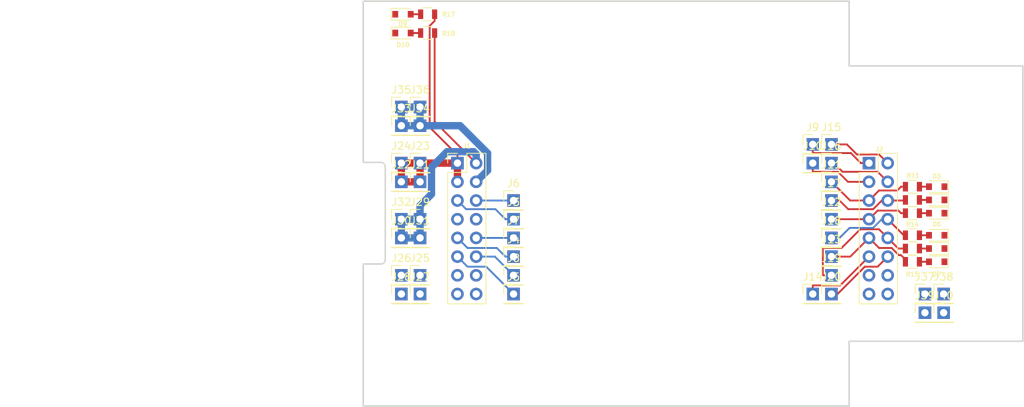
<source format=kicad_pcb>
(kicad_pcb (version 20171130) (host pcbnew 5.0.0-rc2-dev-unknown-0bd5cc4~63~ubuntu14.04.1)
  (layers (0 F.Cu signal) (31 B.Cu signal) (34 B.Paste user) (35 F.Paste user) (36 B.SilkS user) (37 F.SilkS user) (38 B.Mask user) (39 F.Mask user) (44 Edge.Cuts user))
  (net 0 "")
  (net 1 GND)
  (net 2 "Net-(D3-Pad2)")
  (net 3 "Net-(D4-Pad2)")
  (net 4 "Net-(D5-Pad2)")
  (net 5 "Net-(D6-Pad2)")
  (net 6 "Net-(D7-Pad2)")
  (net 7 "Net-(D8-Pad2)")
  (net 8 +5V)
  (net 9 VDD)
  (net 10 +3V3)
  (net 11 /PI_UART_TX)
  (net 12 /PI_UART_RX)
  (net 13 /USB_B+)
  (net 14 /USB_B-)
  (net 15 /USB_A+)
  (net 16 /USB_A-)
  (net 17 "Net-(J1-Pad16)")
  (net 18 /ST_GPIO_3)
  (net 19 /ST_GPIO_2)
  (net 20 /ST_GPIO_1)
  (net 21 /PI_GPIO_3)
  (net 22 /PI_GPIO_2)
  (net 23 /PI_GPIO_1)
  (net 24 "Net-(D10-Pad2)")
  (net 25 "Net-(D9-Pad2)")
  (net 26 /ADC2)
  (net 27 /ADC1)
  (net 28 /SPI_MISO)
  (net 29 /SPI_CS)
  (net 30 /SPI_MOSI)
  (net 31 /SPI_CLK)
  (net 32 /SDA)
  (net 33 /SCL)
  (module Pin_Headers:Pin_Header_Straight_1x01_Pitch2.54mm (layer F.Cu) (at 77.02 166.76)
    (fp_text reference J31 (at 0 -2.33) (layer F.SilkS))
    (fp_text value CONN_01X01)
    (pad 1 thru_hole rect (at 0 0) (size 1.7 1.7) (drill 1) (layers *.Cu *.Mask) (net 9 VDD))
  )
  (module Pin_Headers:Pin_Header_Straight_1x01_Pitch2.54mm (layer F.Cu) (at 74.48 151.52)
    (fp_text reference J33 (at 0 -2.33) (layer F.SilkS))
    (fp_text value CONN_01X01)
    (pad 1 thru_hole rect (at 0 0) (size 1.7 1.7) (drill 1) (layers *.Cu *.Mask) (net 10 +3V3))
  )
  (module Pin_Headers:Pin_Header_Straight_1x01_Pitch2.54mm (layer F.Cu) (at 77.02 151.52)
    (fp_text reference J34 (at 0 -2.33) (layer F.SilkS))
    (fp_text value CONN_01X01)
    (pad 1 thru_hole rect (at 0 0) (size 1.7 1.7) (drill 1) (layers *.Cu *.Mask) (net 10 +3V3))
  )
  (module Pin_Headers:Pin_Header_Straight_1x01_Pitch2.54mm (layer F.Cu) (at 74.48 148.98)
    (fp_text reference J35 (at 0 -2.33) (layer F.SilkS))
    (fp_text value CONN_01X01)
    (pad 1 thru_hole rect (at 0 0) (size 1.7 1.7) (drill 1) (layers *.Cu *.Mask) (net 10 +3V3))
  )
  (module Pin_Headers:Pin_Header_Straight_1x01_Pitch2.54mm (layer F.Cu) (at 77.02 148.98)
    (fp_text reference J36 (at 0 -2.33) (layer F.SilkS))
    (fp_text value CONN_01X01)
    (pad 1 thru_hole rect (at 0 0) (size 1.7 1.7) (drill 1) (layers *.Cu *.Mask) (net 10 +3V3))
  )
  (module Pin_Headers:Pin_Header_Straight_1x01_Pitch2.54mm (layer F.Cu) (at 145.6 174.38)
    (fp_text reference J37 (at 0 -2.33) (layer F.SilkS))
    (fp_text value CONN_01X01)
    (pad 1 thru_hole rect (at 0 0) (size 1.7 1.7) (drill 1) (layers *.Cu *.Mask) (net 1 GND))
  )
  (module Pin_Headers:Pin_Header_Straight_1x01_Pitch2.54mm (layer F.Cu) (at 148.14 174.38)
    (fp_text reference J38 (at 0 -2.33) (layer F.SilkS))
    (fp_text value CONN_01X01)
    (pad 1 thru_hole rect (at 0 0) (size 1.7 1.7) (drill 1) (layers *.Cu *.Mask) (net 1 GND))
  )
  (module Pin_Headers:Pin_Header_Straight_1x01_Pitch2.54mm (layer F.Cu) (at 74.48 159.14)
    (fp_text reference J22 (at 0 -2.33) (layer F.SilkS))
    (fp_text value CONN_01X01)
    (pad 1 thru_hole rect (at 0 0) (size 1.7 1.7) (drill 1) (layers *.Cu *.Mask) (net 8 +5V))
  )
  (module Pin_Headers:Pin_Header_Straight_1x01_Pitch2.54mm (layer F.Cu) (at 74.48 164.22)
    (fp_text reference J32 (at 0 -2.33) (layer F.SilkS))
    (fp_text value CONN_01X01)
    (pad 1 thru_hole rect (at 0 0) (size 1.7 1.7) (drill 1) (layers *.Cu *.Mask) (net 9 VDD))
  )
  (module Pin_Headers:Pin_Header_Straight_1x01_Pitch2.54mm (layer F.Cu) (at 74.48 166.76)
    (fp_text reference J30 (at 0 -2.33) (layer F.SilkS))
    (fp_text value CONN_01X01)
    (pad 1 thru_hole rect (at 0 0) (size 1.7 1.7) (drill 1) (layers *.Cu *.Mask) (net 9 VDD))
  )
  (module Pin_Headers:Pin_Header_Straight_1x01_Pitch2.54mm (layer F.Cu) (at 77.02 164.22)
    (fp_text reference J29 (at 0 -2.33) (layer F.SilkS))
    (fp_text value CONN_01X01)
    (pad 1 thru_hole rect (at 0 0) (size 1.7 1.7) (drill 1) (layers *.Cu *.Mask) (net 9 VDD))
  )
  (module Pin_Headers:Pin_Header_Straight_1x01_Pitch2.54mm (layer F.Cu) (at 74.48 174.38)
    (fp_text reference J28 (at 0 -2.33) (layer F.SilkS))
    (fp_text value CONN_01X01)
    (pad 1 thru_hole rect (at 0 0) (size 1.7 1.7) (drill 1) (layers *.Cu *.Mask) (net 1 GND))
  )
  (module Pin_Headers:Pin_Header_Straight_1x01_Pitch2.54mm (layer F.Cu) (at 77.02 174.38)
    (fp_text reference J27 (at 0 -2.33) (layer F.SilkS))
    (fp_text value CONN_01X01)
    (pad 1 thru_hole rect (at 0 0) (size 1.7 1.7) (drill 1) (layers *.Cu *.Mask) (net 1 GND))
  )
  (module Pin_Headers:Pin_Header_Straight_1x01_Pitch2.54mm (layer F.Cu) (at 74.48 171.84)
    (fp_text reference J26 (at 0 -2.33) (layer F.SilkS))
    (fp_text value CONN_01X01)
    (pad 1 thru_hole rect (at 0 0) (size 1.7 1.7) (drill 1) (layers *.Cu *.Mask) (net 1 GND))
  )
  (module Pin_Headers:Pin_Header_Straight_1x01_Pitch2.54mm (layer F.Cu) (at 77.02 171.84)
    (fp_text reference J25 (at 0 -2.33) (layer F.SilkS))
    (fp_text value CONN_01X01)
    (pad 1 thru_hole rect (at 0 0) (size 1.7 1.7) (drill 1) (layers *.Cu *.Mask) (net 1 GND))
  )
  (module Pin_Headers:Pin_Header_Straight_1x01_Pitch2.54mm (layer F.Cu) (at 74.48 156.6)
    (fp_text reference J24 (at 0 -2.33) (layer F.SilkS))
    (fp_text value CONN_01X01)
    (pad 1 thru_hole rect (at 0 0) (size 1.7 1.7) (drill 1) (layers *.Cu *.Mask) (net 8 +5V))
  )
  (module Pin_Headers:Pin_Header_Straight_1x01_Pitch2.54mm (layer F.Cu) (at 77.02 159.14)
    (fp_text reference J21 (at 0 -2.33) (layer F.SilkS))
    (fp_text value CONN_01X01)
    (pad 1 thru_hole rect (at 0 0) (size 1.7 1.7) (drill 1) (layers *.Cu *.Mask) (net 8 +5V))
  )
  (module Pin_Headers:Pin_Header_Straight_1x01_Pitch2.54mm (layer F.Cu) (at 77.02 156.6)
    (fp_text reference J23 (at 0 -2.33) (layer F.SilkS))
    (fp_text value CONN_01X01)
    (pad 1 thru_hole rect (at 0 0) (size 1.7 1.7) (drill 1) (layers *.Cu *.Mask) (net 8 +5V))
  )
  (module Pin_Headers:Pin_Header_Straight_1x01_Pitch2.54mm (layer F.Cu) (at 145.6 176.92)
    (fp_text reference J39 (at 0 -2.33) (layer F.SilkS))
    (fp_text value CONN_01X01)
    (pad 1 thru_hole rect (at 0 0) (size 1.7 1.7) (drill 1) (layers *.Cu *.Mask) (net 1 GND))
  )
  (module Pin_Headers:Pin_Header_Straight_1x01_Pitch2.54mm (layer F.Cu) (at 132.9 174.38)
    (fp_text reference J20 (at 0 -2.33) (layer F.SilkS))
    (fp_text value CONN_01X01)
    (pad 1 thru_hole rect (at 0 0) (size 1.7 1.7) (drill 1) (layers *.Cu *.Mask) (net 26 /ADC2))
  )
  (module Pin_Headers:Pin_Header_Straight_1x01_Pitch2.54mm (layer F.Cu) (at 132.9 171.84)
    (fp_text reference J19 (at 0 -2.33) (layer F.SilkS))
    (fp_text value CONN_01X01)
    (pad 1 thru_hole rect (at 0 0) (size 1.7 1.7) (drill 1) (layers *.Cu *.Mask) (net 18 /ST_GPIO_3))
  )
  (module Pin_Headers:Pin_Header_Straight_1x01_Pitch2.54mm (layer F.Cu) (at 132.9 166.76)
    (fp_text reference J18 (at 0 -2.33) (layer F.SilkS))
    (fp_text value CONN_01X01)
    (pad 1 thru_hole rect (at 0 0) (size 1.7 1.7) (drill 1) (layers *.Cu *.Mask) (net 20 /ST_GPIO_1))
  )
  (module Pin_Headers:Pin_Header_Straight_1x01_Pitch2.54mm (layer F.Cu) (at 132.9 161.68)
    (fp_text reference J17 (at 0 -2.33) (layer F.SilkS))
    (fp_text value CONN_01X01)
    (pad 1 thru_hole rect (at 0 0) (size 1.7 1.7) (drill 1) (layers *.Cu *.Mask) (net 22 /PI_GPIO_2))
  )
  (module Pin_Headers:Pin_Header_Straight_1x01_Pitch2.54mm (layer F.Cu) (at 132.9 156.6)
    (fp_text reference J16 (at 0 -2.33) (layer F.SilkS))
    (fp_text value CONN_01X01)
    (pad 1 thru_hole rect (at 0 0) (size 1.7 1.7) (drill 1) (layers *.Cu *.Mask) (net 28 /SPI_MISO))
  )
  (module Pin_Headers:Pin_Header_Straight_1x01_Pitch2.54mm (layer F.Cu) (at 132.9 154.06)
    (fp_text reference J15 (at 0 -2.33) (layer F.SilkS))
    (fp_text value CONN_01X01)
    (pad 1 thru_hole rect (at 0 0) (size 1.7 1.7) (drill 1) (layers *.Cu *.Mask) (net 30 /SPI_MOSI))
  )
  (module Pin_Headers:Pin_Header_Straight_1x01_Pitch2.54mm (layer F.Cu) (at 130.36 174.38)
    (fp_text reference J14 (at 0 -2.33) (layer F.SilkS))
    (fp_text value CONN_01X01)
    (pad 1 thru_hole rect (at 0 0) (size 1.7 1.7) (drill 1) (layers *.Cu *.Mask) (net 27 /ADC1))
  )
  (module Pin_Headers:Pin_Header_Straight_1x01_Pitch2.54mm (layer F.Cu) (at 132.9 169.3)
    (fp_text reference J13 (at 0 -2.33) (layer F.SilkS))
    (fp_text value CONN_01X01)
    (pad 1 thru_hole rect (at 0 0) (size 1.7 1.7) (drill 1) (layers *.Cu *.Mask) (net 19 /ST_GPIO_2))
  )
  (module Pin_Headers:Pin_Header_Straight_1x01_Pitch2.54mm (layer F.Cu) (at 132.9 164.22)
    (fp_text reference J12 (at 0 -2.33) (layer F.SilkS))
    (fp_text value CONN_01X01)
    (pad 1 thru_hole rect (at 0 0) (size 1.7 1.7) (drill 1) (layers *.Cu *.Mask) (net 21 /PI_GPIO_3))
  )
  (module Pin_Headers:Pin_Header_Straight_1x01_Pitch2.54mm (layer F.Cu) (at 132.9 159.14)
    (fp_text reference J11 (at 0 -2.33) (layer F.SilkS))
    (fp_text value CONN_01X01)
    (pad 1 thru_hole rect (at 0 0) (size 1.7 1.7) (drill 1) (layers *.Cu *.Mask) (net 23 /PI_GPIO_1))
  )
  (module Pin_Headers:Pin_Header_Straight_1x01_Pitch2.54mm (layer F.Cu) (at 130.36 156.6)
    (fp_text reference J10 (at 0 -2.33) (layer F.SilkS))
    (fp_text value CONN_01X01)
    (pad 1 thru_hole rect (at 0 0) (size 1.7 1.7) (drill 1) (layers *.Cu *.Mask) (net 29 /SPI_CS))
  )
  (module Pin_Headers:Pin_Header_Straight_1x01_Pitch2.54mm (layer F.Cu) (at 130.36 154.06)
    (fp_text reference J9 (at 0 -2.33) (layer F.SilkS))
    (fp_text value CONN_01X01)
    (pad 1 thru_hole rect (at 0 0) (size 1.7 1.7) (drill 1) (layers *.Cu *.Mask) (net 31 /SPI_CLK))
  )
  (module Pin_Headers:Pin_Header_Straight_1x01_Pitch2.54mm (layer F.Cu) (at 89.72 171.84)
    (fp_text reference J8 (at 0 -2.33) (layer F.SilkS))
    (fp_text value CONN_01X01)
    (pad 1 thru_hole rect (at 0 0) (size 1.7 1.7) (drill 1) (layers *.Cu *.Mask) (net 16 /USB_A-))
  )
  (module Pin_Headers:Pin_Header_Straight_1x01_Pitch2.54mm (layer F.Cu) (at 89.72 166.76)
    (fp_text reference J7 (at 0 -2.33) (layer F.SilkS))
    (fp_text value CONN_01X01)
    (pad 1 thru_hole rect (at 0 0) (size 1.7 1.7) (drill 1) (layers *.Cu *.Mask) (net 14 /USB_B-))
  )
  (module Pin_Headers:Pin_Header_Straight_1x01_Pitch2.54mm (layer F.Cu) (at 89.72 161.68)
    (fp_text reference J6 (at 0 -2.33) (layer F.SilkS))
    (fp_text value CONN_01X01)
    (pad 1 thru_hole rect (at 0 0) (size 1.7 1.7) (drill 1) (layers *.Cu *.Mask) (net 33 /SCL))
  )
  (module Pin_Headers:Pin_Header_Straight_1x01_Pitch2.54mm (layer F.Cu) (at 89.72 174.38)
    (fp_text reference J5 (at 0 -2.33) (layer F.SilkS))
    (fp_text value CONN_01X01)
    (pad 1 thru_hole rect (at 0 0) (size 1.7 1.7) (drill 1) (layers *.Cu *.Mask) (net 15 /USB_A+))
  )
  (module Pin_Headers:Pin_Header_Straight_1x01_Pitch2.54mm (layer F.Cu) (at 89.72 169.3)
    (fp_text reference J4 (at 0 -2.33) (layer F.SilkS))
    (fp_text value CONN_01X01)
    (pad 1 thru_hole rect (at 0 0) (size 1.7 1.7) (drill 1) (layers *.Cu *.Mask) (net 13 /USB_B+))
  )
  (module Pin_Headers:Pin_Header_Straight_1x01_Pitch2.54mm (layer F.Cu) (at 89.72 164.22)
    (fp_text reference J3 (at 0 -2.33) (layer F.SilkS))
    (fp_text value CONN_01X01)
    (pad 1 thru_hole rect (at 0 0) (size 1.7 1.7) (drill 1) (layers *.Cu *.Mask) (net 32 /SDA))
  )
  (module Pin_Headers:Pin_Header_Straight_1x01_Pitch2.54mm (layer F.Cu) (at 148.14 176.92)
    (fp_text reference J40 (at 0 -2.33) (layer F.SilkS))
    (fp_text value CONN_01X01)
    (pad 1 thru_hole rect (at 0 0) (size 1.7 1.7) (drill 1) (layers *.Cu *.Mask) (net 1 GND))
  )
  (module Resistors_SMD:R_0805 (layer F.Cu) (at 78.05 138.93 180)
    (fp_text reference R18 (at -2.85 -0.07 180) (layer F.SilkS) (effects (font (size 0.6 0.6) (thickness 0.12))))
    (fp_text value 330R)
    (pad 2 smd rect (at 0.95 0 180) (size 0.7 1.3) (layers F.Cu F.Paste F.Mask) (net 24 "Net-(D10-Pad2)"))
    (pad 1 smd rect (at -0.95 0 180) (size 0.7 1.3) (layers F.Cu F.Paste F.Mask) (net 9 VDD))
  )
  (module Diodes_SMD:D_0805 (layer F.Cu) (at 74.7 136.38)
    (fp_text reference D9 (at 0 1.32) (layer F.SilkS) (effects (font (size 0.6 0.6) (thickness 0.12))))
    (fp_text value KPT-2012EC)
    (pad 2 smd rect (at 1.05 0) (size 0.8 0.9) (layers F.Cu F.Paste F.Mask) (net 25 "Net-(D9-Pad2)"))
    (pad 1 smd rect (at -1.05 0) (size 0.8 0.9) (layers F.Cu F.Paste F.Mask) (net 1 GND))
  )
  (module Diodes_SMD:D_0805 (layer F.Cu) (at 74.7 138.93)
    (fp_text reference D10 (at 0 1.6) (layer F.SilkS) (effects (font (size 0.6 0.6) (thickness 0.12))))
    (fp_text value KPT-2012SGC)
    (pad 2 smd rect (at 1.05 0) (size 0.8 0.9) (layers F.Cu F.Paste F.Mask) (net 24 "Net-(D10-Pad2)"))
    (pad 1 smd rect (at -1.05 0) (size 0.8 0.9) (layers F.Cu F.Paste F.Mask) (net 1 GND))
  )
  (module Resistors_SMD:R_0805 (layer F.Cu) (at 78.05 136.38 180)
    (fp_text reference R17 (at -2.85 -0.02 180) (layer F.SilkS) (effects (font (size 0.6 0.6) (thickness 0.12))))
    (fp_text value 330R)
    (pad 1 smd rect (at -0.95 0 180) (size 0.7 1.3) (layers F.Cu F.Paste F.Mask) (net 8 +5V))
    (pad 2 smd rect (at 0.95 0 180) (size 0.7 1.3) (layers F.Cu F.Paste F.Mask) (net 25 "Net-(D9-Pad2)"))
  )
  (module Diodes_SMD:D_0805 (layer F.Cu) (at 147.2 159.8 180)
    (fp_text reference D3 (at 0 1.4 180) (layer F.SilkS) (effects (font (size 0.6 0.6) (thickness 0.12))))
    (fp_text value KPT-2012EC)
    (pad 1 smd rect (at -1.05 0 180) (size 0.8 0.9) (layers F.Cu F.Paste F.Mask) (net 1 GND))
    (pad 2 smd rect (at 1.05 0 180) (size 0.8 0.9) (layers F.Cu F.Paste F.Mask) (net 2 "Net-(D3-Pad2)"))
  )
  (module Diodes_SMD:D_0805 (layer F.Cu) (at 147.2 161.6 180)
    (fp_text reference D4 hide)
    (fp_text value KPT-2012SGC)
    (pad 2 smd rect (at 1.05 0 180) (size 0.8 0.9) (layers F.Cu F.Paste F.Mask) (net 3 "Net-(D4-Pad2)"))
    (pad 1 smd rect (at -1.05 0 180) (size 0.8 0.9) (layers F.Cu F.Paste F.Mask) (net 1 GND))
  )
  (module Diodes_SMD:D_0805 (layer F.Cu) (at 147.2 163.4 180)
    (fp_text reference D5 hide)
    (fp_text value OSB50805C1E)
    (pad 2 smd rect (at 1.05 0 180) (size 0.8 0.9) (layers F.Cu F.Paste F.Mask) (net 4 "Net-(D5-Pad2)"))
    (pad 1 smd rect (at -1.05 0 180) (size 0.8 0.9) (layers F.Cu F.Paste F.Mask) (net 1 GND))
  )
  (module Diodes_SMD:D_0805 (layer F.Cu) (at 147.2 166.4 180)
    (fp_text reference D6 (at 0 1.5 180) (layer F.SilkS) (effects (font (size 0.6 0.6) (thickness 0.12))))
    (fp_text value KPT-2012EC)
    (pad 2 smd rect (at 1.05 0 180) (size 0.8 0.9) (layers F.Cu F.Paste F.Mask) (net 5 "Net-(D6-Pad2)"))
    (pad 1 smd rect (at -1.05 0 180) (size 0.8 0.9) (layers F.Cu F.Paste F.Mask) (net 1 GND))
  )
  (module Diodes_SMD:D_0805 (layer F.Cu) (at 147.2 170 180)
    (fp_text reference D7 (at 0 -1.7 180) (layer F.SilkS) (effects (font (size 0.6 0.6) (thickness 0.12))))
    (fp_text value KPT-2012SGC)
    (pad 2 smd rect (at 1.05 0 180) (size 0.8 0.9) (layers F.Cu F.Paste F.Mask) (net 6 "Net-(D7-Pad2)"))
    (pad 1 smd rect (at -1.05 0 180) (size 0.8 0.9) (layers F.Cu F.Paste F.Mask) (net 1 GND))
  )
  (module Diodes_SMD:D_0805 (layer F.Cu) (at 147.2 168.2 180)
    (fp_text reference D8 hide)
    (fp_text value OSB50805C1E)
    (pad 1 smd rect (at -1.05 0 180) (size 0.8 0.9) (layers F.Cu F.Paste F.Mask) (net 1 GND))
    (pad 2 smd rect (at 1.05 0 180) (size 0.8 0.9) (layers F.Cu F.Paste F.Mask) (net 7 "Net-(D8-Pad2)"))
  )
  (module Pin_Headers:Pin_Header_Straight_2x08_Pitch2.54mm (layer F.Cu) (at 82.1 156.6)
    (fp_text reference J1 (at 1.27 -2.33) (layer F.SilkS) (effects (font (size 0.6 0.6) (thickness 0.12))))
    (fp_text value CONN_02X08)
    (pad 1 thru_hole rect (at 0 0) (size 1.7 1.7) (drill 1) (layers *.Cu *.Mask) (net 8 +5V))
    (pad 2 thru_hole oval (at 2.54 0) (size 1.7 1.7) (drill 1) (layers *.Cu *.Mask) (net 9 VDD))
    (pad 3 thru_hole oval (at 0 2.54) (size 1.7 1.7) (drill 1) (layers *.Cu *.Mask) (net 8 +5V))
    (pad 4 thru_hole oval (at 2.54 2.54) (size 1.7 1.7) (drill 1) (layers *.Cu *.Mask) (net 10 +3V3))
    (pad 5 thru_hole oval (at 0 5.08) (size 1.7 1.7) (drill 1) (layers *.Cu *.Mask) (net 32 /SDA))
    (pad 6 thru_hole oval (at 2.54 5.08) (size 1.7 1.7) (drill 1) (layers *.Cu *.Mask) (net 33 /SCL))
    (pad 7 thru_hole oval (at 0 7.62) (size 1.7 1.7) (drill 1) (layers *.Cu *.Mask) (net 11 /PI_UART_TX))
    (pad 8 thru_hole oval (at 2.54 7.62) (size 1.7 1.7) (drill 1) (layers *.Cu *.Mask) (net 12 /PI_UART_RX))
    (pad 9 thru_hole oval (at 0 10.16) (size 1.7 1.7) (drill 1) (layers *.Cu *.Mask) (net 13 /USB_B+))
    (pad 10 thru_hole oval (at 2.54 10.16) (size 1.7 1.7) (drill 1) (layers *.Cu *.Mask) (net 14 /USB_B-))
    (pad 11 thru_hole oval (at 0 12.7) (size 1.7 1.7) (drill 1) (layers *.Cu *.Mask) (net 15 /USB_A+))
    (pad 12 thru_hole oval (at 2.54 12.7) (size 1.7 1.7) (drill 1) (layers *.Cu *.Mask) (net 16 /USB_A-))
    (pad 13 thru_hole oval (at 0 15.24) (size 1.7 1.7) (drill 1) (layers *.Cu *.Mask) (net 1 GND))
    (pad 14 thru_hole oval (at 2.54 15.24) (size 1.7 1.7) (drill 1) (layers *.Cu *.Mask) (net 1 GND))
    (pad 15 thru_hole oval (at 0 17.78) (size 1.7 1.7) (drill 1) (layers *.Cu *.Mask) (net 1 GND))
    (pad 16 thru_hole oval (at 2.54 17.78) (size 1.7 1.7) (drill 1) (layers *.Cu *.Mask) (net 17 "Net-(J1-Pad16)"))
  )
  (module Pin_Headers:Pin_Header_Straight_2x08_Pitch2.54mm (layer F.Cu) (at 138 156.6)
    (fp_text reference J2 (at 1.4 -1.9) (layer F.SilkS) (effects (font (size 0.6 0.6) (thickness 0.12))))
    (fp_text value CONN_02X08)
    (pad 16 thru_hole oval (at 2.54 17.78) (size 1.7 1.7) (drill 1) (layers *.Cu *.Mask) (net 1 GND))
    (pad 15 thru_hole oval (at 0 17.78) (size 1.7 1.7) (drill 1) (layers *.Cu *.Mask) (net 1 GND))
    (pad 14 thru_hole oval (at 2.54 15.24) (size 1.7 1.7) (drill 1) (layers *.Cu *.Mask) (net 1 GND))
    (pad 13 thru_hole oval (at 0 15.24) (size 1.7 1.7) (drill 1) (layers *.Cu *.Mask) (net 1 GND))
    (pad 12 thru_hole oval (at 2.54 12.7) (size 1.7 1.7) (drill 1) (layers *.Cu *.Mask) (net 26 /ADC2))
    (pad 11 thru_hole oval (at 0 12.7) (size 1.7 1.7) (drill 1) (layers *.Cu *.Mask) (net 27 /ADC1))
    (pad 10 thru_hole oval (at 2.54 10.16) (size 1.7 1.7) (drill 1) (layers *.Cu *.Mask) (net 18 /ST_GPIO_3))
    (pad 9 thru_hole oval (at 0 10.16) (size 1.7 1.7) (drill 1) (layers *.Cu *.Mask) (net 19 /ST_GPIO_2))
    (pad 8 thru_hole oval (at 2.54 7.62) (size 1.7 1.7) (drill 1) (layers *.Cu *.Mask) (net 20 /ST_GPIO_1))
    (pad 7 thru_hole oval (at 0 7.62) (size 1.7 1.7) (drill 1) (layers *.Cu *.Mask) (net 21 /PI_GPIO_3))
    (pad 6 thru_hole oval (at 2.54 5.08) (size 1.7 1.7) (drill 1) (layers *.Cu *.Mask) (net 22 /PI_GPIO_2))
    (pad 5 thru_hole oval (at 0 5.08) (size 1.7 1.7) (drill 1) (layers *.Cu *.Mask) (net 23 /PI_GPIO_1))
    (pad 4 thru_hole oval (at 2.54 2.54) (size 1.7 1.7) (drill 1) (layers *.Cu *.Mask) (net 28 /SPI_MISO))
    (pad 3 thru_hole oval (at 0 2.54) (size 1.7 1.7) (drill 1) (layers *.Cu *.Mask) (net 29 /SPI_CS))
    (pad 2 thru_hole oval (at 2.54 0) (size 1.7 1.7) (drill 1) (layers *.Cu *.Mask) (net 30 /SPI_MOSI))
    (pad 1 thru_hole rect (at 0 0) (size 1.7 1.7) (drill 1) (layers *.Cu *.Mask) (net 31 /SPI_CLK))
  )
  (module Resistors_SMD:R_0805 (layer F.Cu) (at 143.9 159.8)
    (fp_text reference R11 (at 0.1 -1.5) (layer F.SilkS) (effects (font (size 0.6 0.6) (thickness 0.12))))
    (fp_text value 330R)
    (pad 2 smd rect (at 0.95 0) (size 0.7 1.3) (layers F.Cu F.Paste F.Mask) (net 2 "Net-(D3-Pad2)"))
    (pad 1 smd rect (at -0.95 0) (size 0.7 1.3) (layers F.Cu F.Paste F.Mask) (net 23 /PI_GPIO_1))
  )
  (module Resistors_SMD:R_0805 (layer F.Cu) (at 143.9 161.6)
    (fp_text reference R12 hide)
    (fp_text value 330R)
    (pad 1 smd rect (at -0.95 0) (size 0.7 1.3) (layers F.Cu F.Paste F.Mask) (net 22 /PI_GPIO_2))
    (pad 2 smd rect (at 0.95 0) (size 0.7 1.3) (layers F.Cu F.Paste F.Mask) (net 3 "Net-(D4-Pad2)"))
  )
  (module Resistors_SMD:R_0805 (layer F.Cu) (at 143.9 163.4)
    (fp_text reference R13 hide)
    (fp_text value 330R)
    (pad 1 smd rect (at -0.95 0) (size 0.7 1.3) (layers F.Cu F.Paste F.Mask) (net 21 /PI_GPIO_3))
    (pad 2 smd rect (at 0.95 0) (size 0.7 1.3) (layers F.Cu F.Paste F.Mask) (net 4 "Net-(D5-Pad2)"))
  )
  (module Resistors_SMD:R_0805 (layer F.Cu) (at 143.9 166.4)
    (fp_text reference R14 (at 0 -1.5) (layer F.SilkS) (effects (font (size 0.6 0.6) (thickness 0.12))))
    (fp_text value 330R)
    (pad 1 smd rect (at -0.95 0) (size 0.7 1.3) (layers F.Cu F.Paste F.Mask) (net 20 /ST_GPIO_1))
    (pad 2 smd rect (at 0.95 0) (size 0.7 1.3) (layers F.Cu F.Paste F.Mask) (net 5 "Net-(D6-Pad2)"))
  )
  (module Resistors_SMD:R_0805 (layer F.Cu) (at 143.9 170)
    (fp_text reference R15 (at 0 1.7) (layer F.SilkS) (effects (font (size 0.6 0.6) (thickness 0.12))))
    (fp_text value 330R)
    (pad 1 smd rect (at -0.95 0) (size 0.7 1.3) (layers F.Cu F.Paste F.Mask) (net 19 /ST_GPIO_2))
    (pad 2 smd rect (at 0.95 0) (size 0.7 1.3) (layers F.Cu F.Paste F.Mask) (net 6 "Net-(D7-Pad2)"))
  )
  (module Resistors_SMD:R_0805 (layer F.Cu) (at 143.9 168.2)
    (fp_text reference R16 hide)
    (fp_text value 330R)
    (pad 2 smd rect (at 0.95 0) (size 0.7 1.3) (layers F.Cu F.Paste F.Mask) (net 7 "Net-(D8-Pad2)"))
    (pad 1 smd rect (at -0.95 0) (size 0.7 1.3) (layers F.Cu F.Paste F.Mask) (net 18 /ST_GPIO_3))
  )
  (gr_line (start 69.3 134.6) (end 69.3 156.5) (layer Edge.Cuts) (width 0.2))
  (gr_arc (start 71.7 169.7) (end 71.7 170.3) (angle -90) (layer Edge.Cuts) (width 0.2))
  (gr_arc (start 71.7 157.1) (end 72.3 157.1) (angle -90) (layer Edge.Cuts) (width 0.2))
  (gr_line (start 71.7 156.5) (end 69.3 156.5) (layer Edge.Cuts) (width 0.2))
  (gr_line (start 72.3 169.7) (end 72.3 157.1) (layer Edge.Cuts) (width 0.2))
  (gr_line (start 69.3 170.3) (end 71.7 170.3) (layer Edge.Cuts) (width 0.2))
  (gr_line (start 158.9 145.4) (end 158.9 145.4) (layer Edge.Cuts) (width 0.2))
  (gr_line (start 158.9 180.8) (end 158.9 143.4) (layer Edge.Cuts) (width 0.2))
  (gr_line (start 158.8 180.8) (end 158.9 180.8) (layer Edge.Cuts) (width 0.2))
  (gr_line (start 135.3 180.8) (end 158.8 180.8) (layer Edge.Cuts) (width 0.2))
  (gr_line (start 135.3 180.9) (end 135.3 180.8) (layer Edge.Cuts) (width 0.2))
  (gr_line (start 135.3 189.6) (end 135.3 180.9) (layer Edge.Cuts) (width 0.2))
  (gr_line (start 69.3 189.6) (end 135.3 189.6) (layer Edge.Cuts) (width 0.2))
  (gr_line (start 69.3 170.3) (end 69.3 189.6) (layer Edge.Cuts) (width 0.2))
  (gr_line (start 135.3 134.6) (end 69.3 134.6) (layer Edge.Cuts) (width 0.2))
  (gr_line (start 135.3 143.4) (end 135.3 134.6) (layer Edge.Cuts) (width 0.2))
  (gr_line (start 158.9 143.4) (end 135.3 143.4) (layer Edge.Cuts) (width 0.2))
  (segment (start 144.85 159.8) (end 146.15 159.8) (width 0.25) (layer F.Cu) (net 2))
  (segment (start 144.85 161.6) (end 146.15 161.6) (width 0.25) (layer F.Cu) (net 3))
  (segment (start 144.85 163.4) (end 146.15 163.4) (width 0.25) (layer F.Cu) (net 4))
  (segment (start 144.85 166.4) (end 146.15 166.4) (width 0.25) (layer F.Cu) (net 5))
  (segment (start 144.85 170) (end 146.15 170) (width 0.25) (layer F.Cu) (net 6))
  (segment (start 144.85 168.2) (end 146.15 168.2) (width 0.25) (layer F.Cu) (net 7))
  (segment (start 77.02 159.14) (end 77.02 156.6) (width 1) (layer F.Cu) (net 8))
  (segment (start 74.48 159.14) (end 77.02 159.14) (width 1) (layer F.Cu) (net 8))
  (segment (start 74.48 156.6) (end 74.48 159.14) (width 1) (layer F.Cu) (net 8))
  (segment (start 77.02 156.6) (end 74.48 156.6) (width 1) (layer F.Cu) (net 8))
  (segment (start 82.1 156.6) (end 77.02 156.6) (width 1) (layer F.Cu) (net 8))
  (segment (start 82.1 156.6) (end 82.1 155.5) (width 0.25) (layer F.Cu) (net 8))
  (segment (start 78.324999 151.724999) (end 78.324999 137.955001) (width 0.25) (layer F.Cu) (net 8))
  (segment (start 82.1 155.5) (end 78.324999 151.724999) (width 0.25) (layer F.Cu) (net 8))
  (segment (start 78.324999 137.955001) (end 79 137.28) (width 0.25) (layer F.Cu) (net 8))
  (segment (start 79 137.28) (end 79 136.38) (width 0.25) (layer F.Cu) (net 8))
  (segment (start 82.1 156.6) (end 82.1 159.14) (width 1) (layer F.Cu) (net 8))
  (segment (start 74.48 164.22) (end 77.02 164.22) (width 1) (layer B.Cu) (net 9))
  (segment (start 74.48 166.76) (end 74.48 164.22) (width 1) (layer B.Cu) (net 9))
  (segment (start 77.02 166.76) (end 74.48 166.76) (width 1) (layer B.Cu) (net 9))
  (segment (start 77.02 164.22) (end 77.02 166.76) (width 1) (layer B.Cu) (net 9))
  (segment (start 84.64 156.6) (end 84.64 155.397919) (width 1) (layer B.Cu) (net 9))
  (segment (start 84.64 155.397919) (end 84.29208 155.049999) (width 1) (layer B.Cu) (net 9))
  (segment (start 84.29208 155.049999) (end 80.689999 155.049999) (width 1) (layer B.Cu) (net 9))
  (segment (start 80.689999 155.049999) (end 78.570001 157.169997) (width 1) (layer B.Cu) (net 9))
  (segment (start 78.570001 157.169997) (end 78.570001 160.819999) (width 1) (layer B.Cu) (net 9))
  (segment (start 78.570001 160.819999) (end 77.02 162.37) (width 1) (layer B.Cu) (net 9))
  (segment (start 77.02 162.37) (end 77.02 164.22) (width 1) (layer B.Cu) (net 9))
  (segment (start 79 138.93) (end 79 150.96) (width 0.25) (layer F.Cu) (net 9))
  (segment (start 79 150.96) (end 84.64 156.6) (width 0.25) (layer F.Cu) (net 9))
  (segment (start 77.02 148.98) (end 77.02 151.52) (width 1) (layer B.Cu) (net 10))
  (segment (start 74.48 148.98) (end 77.02 148.98) (width 1) (layer B.Cu) (net 10))
  (segment (start 74.48 151.52) (end 74.48 148.98) (width 1) (layer B.Cu) (net 10))
  (segment (start 77.02 151.52) (end 74.48 151.52) (width 1) (layer B.Cu) (net 10))
  (segment (start 84.64 159.14) (end 86.190001 157.589999) (width 1) (layer B.Cu) (net 10))
  (segment (start 78.87 151.52) (end 77.02 151.52) (width 1) (layer B.Cu) (net 10))
  (segment (start 86.190001 157.589999) (end 86.190001 155.25085) (width 1) (layer B.Cu) (net 10))
  (segment (start 86.190001 155.25085) (end 82.459151 151.52) (width 1) (layer B.Cu) (net 10))
  (segment (start 82.459151 151.52) (end 78.87 151.52) (width 1) (layer B.Cu) (net 10))
  (segment (start 82.1 166.76) (end 83.464999 168.124999) (width 0.25) (layer B.Cu) (net 13))
  (segment (start 83.464999 168.124999) (end 87.444999 168.124999) (width 0.25) (layer B.Cu) (net 13))
  (segment (start 87.444999 168.124999) (end 88.62 169.3) (width 0.25) (layer B.Cu) (net 13))
  (segment (start 88.62 169.3) (end 89.72 169.3) (width 0.25) (layer B.Cu) (net 13))
  (segment (start 84.64 166.76) (end 89.72 166.76) (width 0.25) (layer B.Cu) (net 14))
  (segment (start 82.1 169.3) (end 83.464999 170.664999) (width 0.25) (layer B.Cu) (net 15))
  (segment (start 83.464999 170.664999) (end 86.004999 170.664999) (width 0.25) (layer B.Cu) (net 15))
  (segment (start 86.004999 170.664999) (end 89.72 174.38) (width 0.25) (layer B.Cu) (net 15))
  (segment (start 84.64 169.3) (end 87.18 169.3) (width 0.25) (layer B.Cu) (net 16))
  (segment (start 87.18 169.3) (end 89.72 171.84) (width 0.25) (layer B.Cu) (net 16))
  (segment (start 140.54 166.76) (end 139.364999 165.584999) (width 0.25) (layer F.Cu) (net 18))
  (segment (start 139.364999 165.584999) (end 136.815001 165.584999) (width 0.25) (layer F.Cu) (net 18))
  (segment (start 136.815001 165.584999) (end 134.275001 168.124999) (width 0.25) (layer F.Cu) (net 18))
  (segment (start 134.275001 168.124999) (end 131.789999 168.124999) (width 0.25) (layer F.Cu) (net 18))
  (segment (start 131.789999 168.124999) (end 131.724999 168.189999) (width 0.25) (layer F.Cu) (net 18))
  (segment (start 131.724999 168.189999) (end 131.724999 171.764999) (width 0.25) (layer F.Cu) (net 18))
  (segment (start 131.724999 171.764999) (end 131.8 171.84) (width 0.25) (layer F.Cu) (net 18))
  (segment (start 131.8 171.84) (end 132.9 171.84) (width 0.25) (layer F.Cu) (net 18))
  (segment (start 140.54 166.76) (end 141.98 168.2) (width 0.25) (layer F.Cu) (net 18))
  (segment (start 141.98 168.2) (end 142.95 168.2) (width 0.25) (layer F.Cu) (net 18))
  (segment (start 138 166.76) (end 135.46 169.3) (width 0.25) (layer F.Cu) (net 19))
  (segment (start 135.46 169.3) (end 132.9 169.3) (width 0.25) (layer F.Cu) (net 19))
  (segment (start 138 166.76) (end 139.364999 168.124999) (width 0.25) (layer F.Cu) (net 19))
  (segment (start 139.364999 168.124999) (end 141.074999 168.124999) (width 0.25) (layer F.Cu) (net 19))
  (segment (start 141.074999 168.124999) (end 142.05 169.1) (width 0.25) (layer F.Cu) (net 19))
  (segment (start 142.05 169.1) (end 142.35 169.1) (width 0.25) (layer F.Cu) (net 19))
  (segment (start 142.35 169.1) (end 142.95 169.7) (width 0.25) (layer F.Cu) (net 19))
  (segment (start 142.95 169.7) (end 142.95 170) (width 0.25) (layer F.Cu) (net 19))
  (segment (start 140.54 164.22) (end 139.739002 164.22) (width 0.25) (layer B.Cu) (net 20))
  (segment (start 138.564001 165.395001) (end 135.364999 165.395001) (width 0.25) (layer B.Cu) (net 20))
  (segment (start 139.739002 164.22) (end 138.564001 165.395001) (width 0.25) (layer B.Cu) (net 20))
  (segment (start 135.364999 165.395001) (end 134 166.76) (width 0.25) (layer B.Cu) (net 20))
  (segment (start 134 166.76) (end 132.9 166.76) (width 0.25) (layer B.Cu) (net 20))
  (segment (start 140.54 164.22) (end 142.72 166.4) (width 0.25) (layer F.Cu) (net 20))
  (segment (start 142.72 166.4) (end 142.95 166.4) (width 0.25) (layer F.Cu) (net 20))
  (segment (start 138 164.22) (end 136.797919 164.22) (width 0.25) (layer F.Cu) (net 21))
  (segment (start 136.797919 164.22) (end 132.9 164.22) (width 0.25) (layer F.Cu) (net 21))
  (segment (start 138 164.22) (end 139.175001 163.044999) (width 0.25) (layer F.Cu) (net 21))
  (segment (start 139.175001 163.044999) (end 141.994999 163.044999) (width 0.25) (layer F.Cu) (net 21))
  (segment (start 141.994999 163.044999) (end 142.35 163.4) (width 0.25) (layer F.Cu) (net 21))
  (segment (start 142.35 163.4) (end 142.95 163.4) (width 0.25) (layer F.Cu) (net 21))
  (segment (start 140.54 161.68) (end 139.739002 161.68) (width 0.25) (layer F.Cu) (net 22))
  (segment (start 139.739002 161.68) (end 138.564001 162.855001) (width 0.25) (layer F.Cu) (net 22))
  (segment (start 138.564001 162.855001) (end 135.175001 162.855001) (width 0.25) (layer F.Cu) (net 22))
  (segment (start 135.175001 162.855001) (end 134 161.68) (width 0.25) (layer F.Cu) (net 22))
  (segment (start 134 161.68) (end 132.9 161.68) (width 0.25) (layer F.Cu) (net 22))
  (segment (start 140.54 161.68) (end 142.87 161.68) (width 0.25) (layer F.Cu) (net 22))
  (segment (start 142.87 161.68) (end 142.95 161.6) (width 0.25) (layer F.Cu) (net 22))
  (segment (start 138 161.68) (end 135.44 161.68) (width 0.25) (layer F.Cu) (net 23))
  (segment (start 135.44 161.68) (end 132.9 159.14) (width 0.25) (layer F.Cu) (net 23))
  (segment (start 138 161.68) (end 139.364999 160.315001) (width 0.25) (layer F.Cu) (net 23))
  (segment (start 139.364999 160.315001) (end 141.834999 160.315001) (width 0.25) (layer F.Cu) (net 23))
  (segment (start 141.834999 160.315001) (end 142.35 159.8) (width 0.25) (layer F.Cu) (net 23))
  (segment (start 142.35 159.8) (end 142.95 159.8) (width 0.25) (layer F.Cu) (net 23))
  (segment (start 75.75 138.93) (end 77.1 138.93) (width 0.25) (layer F.Cu) (net 24))
  (segment (start 75.75 136.38) (end 77.1 136.38) (width 0.25) (layer F.Cu) (net 25))
  (segment (start 140.54 169.3) (end 139.175001 170.664999) (width 0.25) (layer F.Cu) (net 26))
  (segment (start 139.175001 170.664999) (end 137.435999 170.664999) (width 0.25) (layer F.Cu) (net 26))
  (segment (start 137.435999 170.664999) (end 133.720998 174.38) (width 0.25) (layer F.Cu) (net 26))
  (segment (start 133.720998 174.38) (end 132.9 174.38) (width 0.25) (layer F.Cu) (net 26))
  (segment (start 138 169.3) (end 134.095001 173.204999) (width 0.25) (layer F.Cu) (net 27))
  (segment (start 134.095001 173.204999) (end 130.435001 173.204999) (width 0.25) (layer F.Cu) (net 27))
  (segment (start 130.36 173.28) (end 130.36 174.38) (width 0.25) (layer F.Cu) (net 27))
  (segment (start 130.435001 173.204999) (end 130.36 173.28) (width 0.25) (layer F.Cu) (net 27))
  (segment (start 140.54 159.14) (end 139.175001 157.775001) (width 0.25) (layer F.Cu) (net 28))
  (segment (start 139.175001 157.775001) (end 134.411411 157.775001) (width 0.25) (layer F.Cu) (net 28))
  (segment (start 133.93641 157.3) (end 133.6 157.3) (width 0.25) (layer F.Cu) (net 28))
  (segment (start 134.411411 157.775001) (end 133.93641 157.3) (width 0.25) (layer F.Cu) (net 28))
  (segment (start 133.6 157.3) (end 132.9 156.6) (width 0.25) (layer F.Cu) (net 28))
  (segment (start 138 159.14) (end 135.14 159.14) (width 0.25) (layer F.Cu) (net 29))
  (segment (start 135.14 159.14) (end 133.775001 157.775001) (width 0.25) (layer F.Cu) (net 29))
  (segment (start 133.775001 157.775001) (end 130.435001 157.775001) (width 0.25) (layer F.Cu) (net 29))
  (segment (start 130.435001 157.775001) (end 130.36 157.7) (width 0.25) (layer F.Cu) (net 29))
  (segment (start 130.36 157.7) (end 130.36 156.6) (width 0.25) (layer F.Cu) (net 29))
  (segment (start 140.54 156.6) (end 139.364999 155.424999) (width 0.25) (layer F.Cu) (net 30))
  (segment (start 139.364999 155.424999) (end 136.361409 155.424999) (width 0.25) (layer F.Cu) (net 30))
  (segment (start 136.361409 155.424999) (end 134.99641 154.06) (width 0.25) (layer F.Cu) (net 30))
  (segment (start 134.99641 154.06) (end 134 154.06) (width 0.25) (layer F.Cu) (net 30))
  (segment (start 134 154.06) (end 132.9 154.06) (width 0.25) (layer F.Cu) (net 30))
  (segment (start 138 156.6) (end 136.9 156.6) (width 0.25) (layer F.Cu) (net 31))
  (segment (start 136.9 156.6) (end 135.535001 155.235001) (width 0.25) (layer F.Cu) (net 31))
  (segment (start 135.535001 155.235001) (end 130.435001 155.235001) (width 0.25) (layer F.Cu) (net 31))
  (segment (start 130.435001 155.235001) (end 130.36 155.16) (width 0.25) (layer F.Cu) (net 31))
  (segment (start 130.36 155.16) (end 130.36 154.06) (width 0.25) (layer F.Cu) (net 31))
  (segment (start 82.1 161.68) (end 83.275001 162.855001) (width 0.25) (layer B.Cu) (net 32))
  (segment (start 83.275001 162.855001) (end 87.255001 162.855001) (width 0.25) (layer B.Cu) (net 32))
  (segment (start 87.255001 162.855001) (end 88.62 164.22) (width 0.25) (layer B.Cu) (net 32))
  (segment (start 88.62 164.22) (end 89.72 164.22) (width 0.25) (layer B.Cu) (net 32))
  (segment (start 84.64 161.68) (end 89.465002 161.68) (width 0.25) (layer B.Cu) (net 33))
  (segment (start 89.465002 161.68) (end 89.72 161.68) (width 0.25) (layer B.Cu) (net 33))
)
</source>
